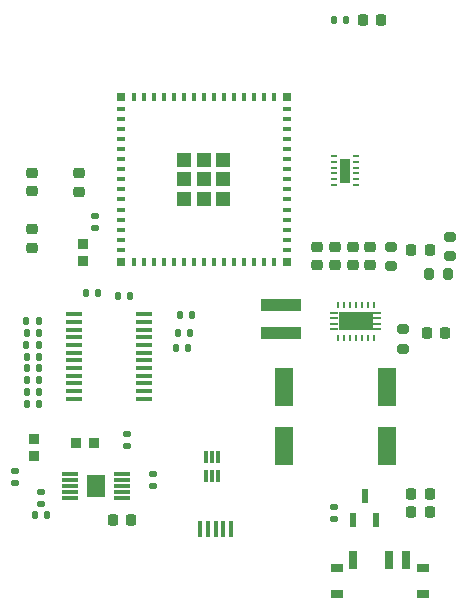
<source format=gbr>
%TF.GenerationSoftware,KiCad,Pcbnew,8.0.6*%
%TF.CreationDate,2025-01-16T10:56:52-08:00*%
%TF.ProjectId,DeskCleanerRobot2,4465736b-436c-4656-916e-6572526f626f,rev?*%
%TF.SameCoordinates,Original*%
%TF.FileFunction,Paste,Top*%
%TF.FilePolarity,Positive*%
%FSLAX46Y46*%
G04 Gerber Fmt 4.6, Leading zero omitted, Abs format (unit mm)*
G04 Created by KiCad (PCBNEW 8.0.6) date 2025-01-16 10:56:52*
%MOMM*%
%LPD*%
G01*
G04 APERTURE LIST*
G04 Aperture macros list*
%AMRoundRect*
0 Rectangle with rounded corners*
0 $1 Rounding radius*
0 $2 $3 $4 $5 $6 $7 $8 $9 X,Y pos of 4 corners*
0 Add a 4 corners polygon primitive as box body*
4,1,4,$2,$3,$4,$5,$6,$7,$8,$9,$2,$3,0*
0 Add four circle primitives for the rounded corners*
1,1,$1+$1,$2,$3*
1,1,$1+$1,$4,$5*
1,1,$1+$1,$6,$7*
1,1,$1+$1,$8,$9*
0 Add four rect primitives between the rounded corners*
20,1,$1+$1,$2,$3,$4,$5,0*
20,1,$1+$1,$4,$5,$6,$7,0*
20,1,$1+$1,$6,$7,$8,$9,0*
20,1,$1+$1,$8,$9,$2,$3,0*%
G04 Aperture macros list end*
%ADD10RoundRect,0.225000X0.250000X-0.225000X0.250000X0.225000X-0.250000X0.225000X-0.250000X-0.225000X0*%
%ADD11RoundRect,0.135000X0.135000X0.185000X-0.135000X0.185000X-0.135000X-0.185000X0.135000X-0.185000X0*%
%ADD12RoundRect,0.135000X-0.185000X0.135000X-0.185000X-0.135000X0.185000X-0.135000X0.185000X0.135000X0*%
%ADD13R,1.475000X0.450000*%
%ADD14RoundRect,0.225000X-0.250000X0.225000X-0.250000X-0.225000X0.250000X-0.225000X0.250000X0.225000X0*%
%ADD15RoundRect,0.135000X0.185000X-0.135000X0.185000X0.135000X-0.185000X0.135000X-0.185000X-0.135000X0*%
%ADD16O,0.240000X0.600000*%
%ADD17R,2.850000X1.580000*%
%ADD18R,0.775000X0.200000*%
%ADD19R,0.700000X1.500000*%
%ADD20R,1.000000X0.800000*%
%ADD21R,0.600000X1.300000*%
%ADD22R,0.950000X0.900000*%
%ADD23RoundRect,0.225000X-0.225000X-0.250000X0.225000X-0.250000X0.225000X0.250000X-0.225000X0.250000X0*%
%ADD24R,0.900000X0.950000*%
%ADD25R,0.500000X0.250000*%
%ADD26R,0.900000X2.000000*%
%ADD27R,0.400000X1.400000*%
%ADD28RoundRect,0.200000X0.200000X0.275000X-0.200000X0.275000X-0.200000X-0.275000X0.200000X-0.275000X0*%
%ADD29R,3.400000X0.980000*%
%ADD30R,1.600000X3.200000*%
%ADD31RoundRect,0.200000X0.275000X-0.200000X0.275000X0.200000X-0.275000X0.200000X-0.275000X-0.200000X0*%
%ADD32R,0.800000X0.400000*%
%ADD33R,0.400000X0.800000*%
%ADD34R,1.200000X1.200000*%
%ADD35R,0.800000X0.800000*%
%ADD36RoundRect,0.135000X-0.135000X-0.185000X0.135000X-0.185000X0.135000X0.185000X-0.135000X0.185000X0*%
%ADD37R,0.300000X0.990000*%
%ADD38R,1.400000X0.300000*%
%ADD39R,1.570000X1.880000*%
G04 APERTURE END LIST*
D10*
%TO.C,C2*%
X132600000Y-58290000D03*
X132600000Y-56740000D03*
%TD*%
D11*
%TO.C,R19*%
X106010000Y-70000000D03*
X104990000Y-70000000D03*
%TD*%
D12*
%TO.C,R26*%
X131050000Y-78765000D03*
X131050000Y-79785000D03*
%TD*%
D13*
%TO.C,I2Ce1*%
X109024000Y-62425000D03*
X109024000Y-63075000D03*
X109024000Y-63725000D03*
X109024000Y-64375000D03*
X109024000Y-65025000D03*
X109024000Y-65675000D03*
X109024000Y-66325000D03*
X109024000Y-66975000D03*
X109024000Y-67625000D03*
X109024000Y-68275000D03*
X109024000Y-68925000D03*
X109024000Y-69575000D03*
X114900000Y-69575000D03*
X114900000Y-68925000D03*
X114900000Y-68275000D03*
X114900000Y-67625000D03*
X114900000Y-66975000D03*
X114900000Y-66325000D03*
X114900000Y-65675000D03*
X114900000Y-65025000D03*
X114900000Y-64375000D03*
X114900000Y-63725000D03*
X114900000Y-63075000D03*
X114900000Y-62425000D03*
%TD*%
D11*
%TO.C,R6*%
X113710000Y-60900000D03*
X112690000Y-60900000D03*
%TD*%
D14*
%TO.C,C12*%
X109450000Y-50500000D03*
X109450000Y-52050000D03*
%TD*%
D15*
%TO.C,R22*%
X115650000Y-76960000D03*
X115650000Y-75940000D03*
%TD*%
%TO.C,R25*%
X106250000Y-78460000D03*
X106250000Y-77440000D03*
%TD*%
D16*
%TO.C,VR1*%
X134363000Y-61605000D03*
X133863000Y-61605000D03*
X133363000Y-61605000D03*
X132863000Y-61605000D03*
X132363000Y-61605000D03*
X131863000Y-61605000D03*
X131363000Y-61605000D03*
X131363000Y-64405000D03*
X131863000Y-64405000D03*
X132363000Y-64405000D03*
X132863000Y-64405000D03*
X133363000Y-64405000D03*
X133863000Y-64405000D03*
X134363000Y-64405000D03*
D17*
X132863000Y-63005000D03*
D18*
X134676000Y-63695000D03*
X134676000Y-63235000D03*
X134676000Y-62775000D03*
X134676000Y-62315000D03*
X131050000Y-62315000D03*
X131050000Y-62775000D03*
X131050000Y-63235000D03*
X131050000Y-63695000D03*
%TD*%
D19*
%TO.C,S1*%
X132650000Y-83225000D03*
X135650000Y-83225000D03*
X137150000Y-83225000D03*
D20*
X131250000Y-83875000D03*
X131250000Y-86075000D03*
X138550000Y-83875000D03*
X138550000Y-86075000D03*
%TD*%
D11*
%TO.C,R18*%
X106010000Y-69000000D03*
X104990000Y-69000000D03*
%TD*%
D10*
%TO.C,C8*%
X129600000Y-58290000D03*
X129600000Y-56740000D03*
%TD*%
D21*
%TO.C,BM1*%
X132650000Y-79875000D03*
X134550000Y-79875000D03*
X133600000Y-77775000D03*
%TD*%
D22*
%TO.C,LED2*%
X109800000Y-57950000D03*
X109800000Y-56450000D03*
%TD*%
D12*
%TO.C,R33*%
X110800000Y-54090000D03*
X110800000Y-55110000D03*
%TD*%
D10*
%TO.C,C3*%
X134100000Y-58290000D03*
X134100000Y-56740000D03*
%TD*%
D23*
%TO.C,C13*%
X112275000Y-79850000D03*
X113825000Y-79850000D03*
%TD*%
D11*
%TO.C,R10*%
X106000000Y-63000000D03*
X104980000Y-63000000D03*
%TD*%
D10*
%TO.C,C9*%
X105450000Y-56775000D03*
X105450000Y-55225000D03*
%TD*%
D24*
%TO.C,LED3*%
X110700000Y-73350000D03*
X109200000Y-73350000D03*
%TD*%
D23*
%TO.C,C7*%
X137575000Y-57015000D03*
X139125000Y-57015000D03*
%TD*%
D11*
%TO.C,R9*%
X118810000Y-64000000D03*
X117790000Y-64000000D03*
%TD*%
%TO.C,R24*%
X106710000Y-79450000D03*
X105690000Y-79450000D03*
%TD*%
D10*
%TO.C,C4*%
X131100000Y-58290000D03*
X131100000Y-56740000D03*
%TD*%
D25*
%TO.C,MD1*%
X132900000Y-51500000D03*
X132900000Y-51000000D03*
X132900000Y-50500000D03*
X132900000Y-50000000D03*
X132900000Y-49500000D03*
X132900000Y-49000000D03*
X131000000Y-49000000D03*
X131000000Y-49500000D03*
X131000000Y-50000000D03*
X131000000Y-50500000D03*
X131000000Y-51000000D03*
X131000000Y-51500000D03*
D26*
X131950000Y-50250000D03*
%TD*%
D11*
%TO.C,R17*%
X106010000Y-68000000D03*
X104990000Y-68000000D03*
%TD*%
D27*
%TO.C,USB1*%
X119700000Y-80580000D03*
X120350000Y-80580000D03*
X121000000Y-80580000D03*
X121650000Y-80580000D03*
X122300000Y-80580000D03*
%TD*%
D14*
%TO.C,C10*%
X105450000Y-50450000D03*
X105450000Y-52000000D03*
%TD*%
D28*
%TO.C,R1*%
X140675000Y-59015000D03*
X139025000Y-59015000D03*
%TD*%
D11*
%TO.C,R14*%
X106000000Y-65000000D03*
X104980000Y-65000000D03*
%TD*%
D29*
%TO.C,L2*%
X126550000Y-61630000D03*
X126550000Y-64000000D03*
%TD*%
D30*
%TO.C,C14*%
X126800000Y-73600000D03*
X126800000Y-68600000D03*
%TD*%
D22*
%TO.C,LED1*%
X105650000Y-72950000D03*
X105650000Y-74450000D03*
%TD*%
D11*
%TO.C,R11*%
X106010000Y-64000000D03*
X104990000Y-64000000D03*
%TD*%
D31*
%TO.C,R4*%
X135850000Y-58340000D03*
X135850000Y-56690000D03*
%TD*%
D11*
%TO.C,R15*%
X106010000Y-66000000D03*
X104990000Y-66000000D03*
%TD*%
%TO.C,R8*%
X118685000Y-65300000D03*
X117665000Y-65300000D03*
%TD*%
D32*
%TO.C,IC8*%
X113000000Y-45050000D03*
X113000000Y-45900000D03*
X113000000Y-46750000D03*
X113000000Y-47600000D03*
X113000000Y-48450000D03*
X113000000Y-49300000D03*
X113000000Y-50150000D03*
X113000000Y-51000000D03*
X113000000Y-51850000D03*
X113000000Y-52700000D03*
X113000000Y-53550000D03*
X113000000Y-54400000D03*
X113000000Y-55250000D03*
X113000000Y-56100000D03*
X113000000Y-56950000D03*
D33*
X114050000Y-58000000D03*
X114900000Y-58000000D03*
X115750000Y-58000000D03*
X116600000Y-58000000D03*
X117450000Y-58000000D03*
X118300000Y-58000000D03*
X119150000Y-58000000D03*
X120000000Y-58000000D03*
X120850000Y-58000000D03*
X121700000Y-58000000D03*
X122550000Y-58000000D03*
X123400000Y-58000000D03*
X124250000Y-58000000D03*
X125100000Y-58000000D03*
X125950000Y-58000000D03*
D32*
X127000000Y-56950000D03*
X127000000Y-56100000D03*
X127000000Y-55250000D03*
X127000000Y-54400000D03*
X127000000Y-53550000D03*
X127000000Y-52700000D03*
X127000000Y-51850000D03*
X127000000Y-51000000D03*
X127000000Y-50150000D03*
X127000000Y-49300000D03*
X127000000Y-48450000D03*
X127000000Y-47600000D03*
X127000000Y-46750000D03*
X127000000Y-45900000D03*
X127000000Y-45050000D03*
D33*
X125950000Y-44000000D03*
X125100000Y-44000000D03*
X124250000Y-44000000D03*
X123400000Y-44000000D03*
X122550000Y-44000000D03*
X121700000Y-44000000D03*
X120850000Y-44000000D03*
X120000000Y-44000000D03*
X119150000Y-44000000D03*
X118300000Y-44000000D03*
X117450000Y-44000000D03*
X116600000Y-44000000D03*
X115750000Y-44000000D03*
X114900000Y-44000000D03*
X114050000Y-44000000D03*
D34*
X120000000Y-51000000D03*
D35*
X113000000Y-44000000D03*
X113000000Y-58000000D03*
X127000000Y-58000000D03*
X127000000Y-44000000D03*
D34*
X118350000Y-49350000D03*
X118350000Y-51000000D03*
X118350000Y-52650000D03*
X120000000Y-52650000D03*
X121650000Y-52650000D03*
X121650000Y-51000000D03*
X121650000Y-49350000D03*
X120000000Y-49350000D03*
%TD*%
D15*
%TO.C,R20*%
X104000000Y-76710000D03*
X104000000Y-75690000D03*
%TD*%
D23*
%TO.C,C6*%
X137575000Y-77625000D03*
X139125000Y-77625000D03*
%TD*%
%TO.C,C1*%
X138850000Y-64015000D03*
X140400000Y-64015000D03*
%TD*%
D36*
%TO.C,R21*%
X130990000Y-37500000D03*
X132010000Y-37500000D03*
%TD*%
D11*
%TO.C,R7*%
X119010000Y-62500000D03*
X117990000Y-62500000D03*
%TD*%
D23*
%TO.C,C11*%
X133450000Y-37500000D03*
X135000000Y-37500000D03*
%TD*%
D31*
%TO.C,R2*%
X140850000Y-57515000D03*
X140850000Y-55865000D03*
%TD*%
D11*
%TO.C,R5*%
X111010000Y-60600000D03*
X109990000Y-60600000D03*
%TD*%
D31*
%TO.C,R3*%
X136850000Y-65340000D03*
X136850000Y-63690000D03*
%TD*%
D37*
%TO.C,ESD1*%
X120200000Y-76100000D03*
X120700000Y-76100000D03*
X121200000Y-76100000D03*
X121200000Y-74490000D03*
X120700000Y-74490000D03*
X120200000Y-74490000D03*
%TD*%
D23*
%TO.C,C5*%
X137575000Y-79125000D03*
X139125000Y-79125000D03*
%TD*%
D30*
%TO.C,C15*%
X135500000Y-73600000D03*
X135500000Y-68600000D03*
%TD*%
D15*
%TO.C,R23*%
X113500000Y-73610000D03*
X113500000Y-72590000D03*
%TD*%
D38*
%TO.C,BC1*%
X113050000Y-77950000D03*
X113050000Y-77450000D03*
X113050000Y-76950000D03*
X113050000Y-76450000D03*
X113050000Y-75950000D03*
X108650000Y-75950000D03*
X108650000Y-76450000D03*
X108650000Y-76950000D03*
X108650000Y-77450000D03*
X108650000Y-77950000D03*
D39*
X110850000Y-76950000D03*
%TD*%
D11*
%TO.C,R16*%
X106010000Y-67000000D03*
X104990000Y-67000000D03*
%TD*%
M02*

</source>
